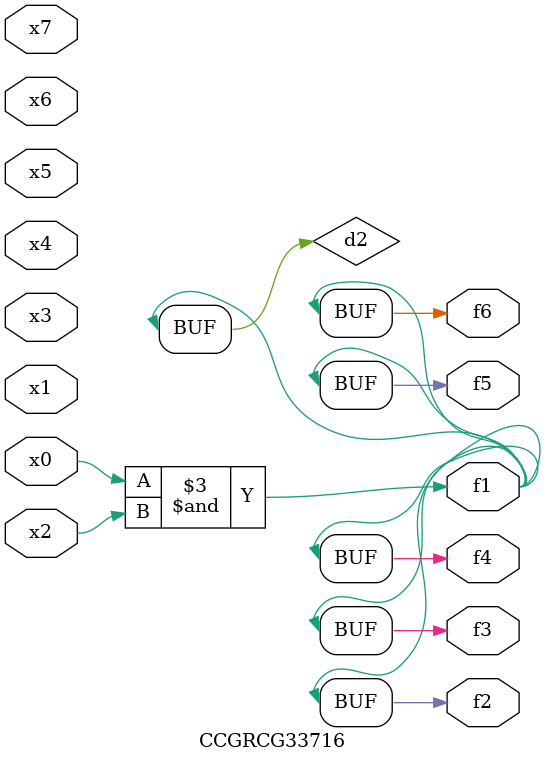
<source format=v>
module CCGRCG33716(
	input x0, x1, x2, x3, x4, x5, x6, x7,
	output f1, f2, f3, f4, f5, f6
);

	wire d1, d2;

	nor (d1, x3, x6);
	and (d2, x0, x2);
	assign f1 = d2;
	assign f2 = d2;
	assign f3 = d2;
	assign f4 = d2;
	assign f5 = d2;
	assign f6 = d2;
endmodule

</source>
